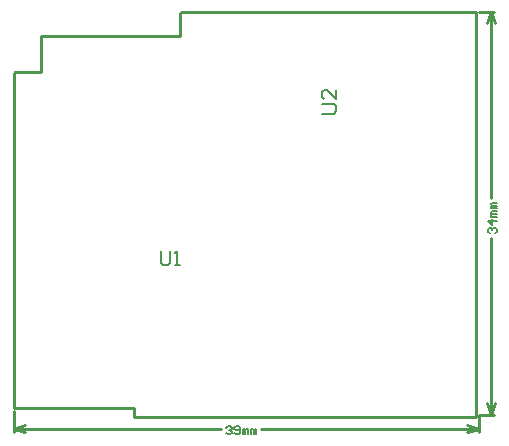
<source format=gbr>
%TF.GenerationSoftware,Altium Limited,Altium Designer,23.11.1 (41)*%
G04 Layer_Color=16711935*
%FSLAX45Y45*%
%MOMM*%
%TF.SameCoordinates,34E30776-E539-4141-9B1E-1B59BE426CC6*%
%TF.FilePolarity,Positive*%
%TF.FileFunction,Other,Mechanical_1*%
%TF.Part,Single*%
G01*
G75*
%TA.AperFunction,NonConductor*%
%ADD22C,0.25400*%
%ADD30C,0.15000*%
%ADD31C,0.15240*%
D22*
X9982200Y6375400D02*
Y9804400D01*
X7086600Y6375400D02*
X9982200D01*
X7086600D02*
Y6451600D01*
X6070600D02*
X7086600D01*
X6070600D02*
Y9283700D01*
X6083300Y9296400D01*
X6299200D01*
Y9601200D01*
X7480300D01*
Y9791700D01*
X7493000Y9804400D01*
X9982200D01*
X6070600Y6273800D02*
X6170600Y6307133D01*
X6070600Y6273800D02*
X6170600Y6240467D01*
X9907600D02*
X10007600Y6273800D01*
X9907600Y6307133D02*
X10007600Y6273800D01*
X6070600D02*
X7829528D01*
X8167392D02*
X10007600D01*
X6070600Y6248400D02*
Y6426200D01*
X10007600Y6248400D02*
Y6388100D01*
X10109200Y9804400D02*
X10142533Y9704400D01*
X10075867D02*
X10109200Y9804400D01*
X10075867Y6488100D02*
X10109200Y6388100D01*
X10142533Y6488100D01*
X10109200Y8224542D02*
Y9804400D01*
Y6388100D02*
Y7886678D01*
X10007600Y9804400D02*
X10134600D01*
X10007600Y6388100D02*
X10134600D01*
D30*
X7315200Y7778061D02*
Y7678094D01*
X7335194Y7658100D01*
X7375181D01*
X7395174Y7678094D01*
Y7778061D01*
X7435161Y7658100D02*
X7475148D01*
X7455155D01*
Y7778061D01*
X7435161Y7758068D01*
X8681139Y8940800D02*
X8781106D01*
X8801100Y8960794D01*
Y9000781D01*
X8781106Y9020774D01*
X8681139D01*
X8801100Y9140735D02*
Y9060761D01*
X8721126Y9140735D01*
X8701132D01*
X8681139Y9120742D01*
Y9080755D01*
X8701132Y9060761D01*
D31*
X7870168Y6281886D02*
X7881831Y6293549D01*
X7905157D01*
X7916820Y6281886D01*
Y6270223D01*
X7905157Y6258560D01*
X7893494D01*
X7905157D01*
X7916820Y6246897D01*
Y6235234D01*
X7905157Y6223571D01*
X7881831D01*
X7870168Y6235234D01*
X7940145D02*
X7951808Y6223571D01*
X7975134D01*
X7986797Y6235234D01*
Y6281886D01*
X7975134Y6293549D01*
X7951808D01*
X7940145Y6281886D01*
Y6270223D01*
X7951808Y6258560D01*
X7986797D01*
X8010123Y6223571D02*
Y6270223D01*
X8021786D01*
X8033449Y6258560D01*
Y6223571D01*
Y6258560D01*
X8045112Y6270223D01*
X8056775Y6258560D01*
Y6223571D01*
X8080100D02*
Y6270223D01*
X8091763D01*
X8103426Y6258560D01*
Y6223571D01*
Y6258560D01*
X8115089Y6270223D01*
X8126752Y6258560D01*
Y6223571D01*
X10101114Y7927318D02*
X10089451Y7938981D01*
Y7962307D01*
X10101114Y7973970D01*
X10112777D01*
X10124440Y7962307D01*
Y7950644D01*
Y7962307D01*
X10136103Y7973970D01*
X10147766D01*
X10159429Y7962307D01*
Y7938981D01*
X10147766Y7927318D01*
X10159429Y8032284D02*
X10089451D01*
X10124440Y7997295D01*
Y8043947D01*
X10159429Y8067273D02*
X10112777D01*
Y8078936D01*
X10124440Y8090599D01*
X10159429D01*
X10124440D01*
X10112777Y8102262D01*
X10124440Y8113925D01*
X10159429D01*
Y8137250D02*
X10112777D01*
Y8148913D01*
X10124440Y8160576D01*
X10159429D01*
X10124440D01*
X10112777Y8172239D01*
X10124440Y8183902D01*
X10159429D01*
%TF.MD5,c3eee3f0c603dbb6504e80c9fcb8296f*%
M02*

</source>
